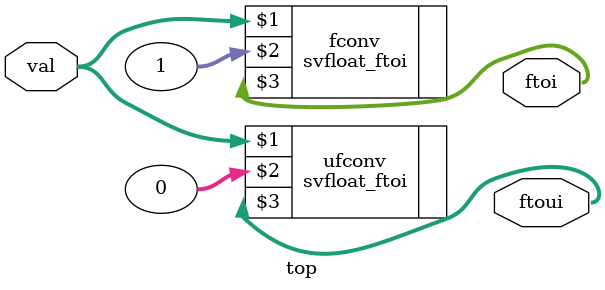
<source format=sv>


`timescale 1ns/1ps



module top(
    input  wire [31:0]  val,
    output logic[31:0]  ftoi,
    output logic[31:0]  ftoui
);
    svfloat_ftoi fconv(val, 1, ftoi);
    svfloat_ftoi ufconv(val, 0, ftoui);
endmodule

</source>
